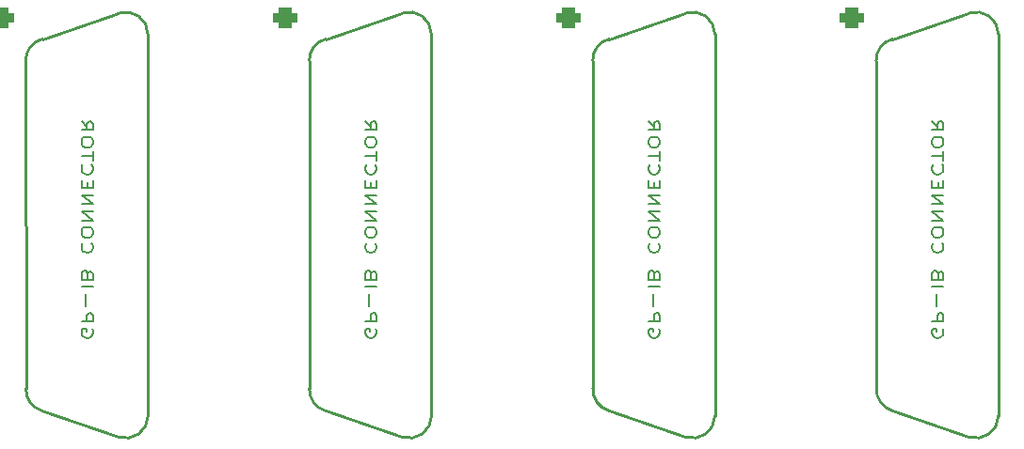
<source format=gbo>
G04 #@! TF.GenerationSoftware,KiCad,Pcbnew,6.0.1-79c1e3a40b~116~ubuntu20.04.1*
G04 #@! TF.CreationDate,2022-01-18T16:27:04+01:00*
G04 #@! TF.ProjectId,4xArduino_GPIB_Adapter,34784172-6475-4696-9e6f-5f475049425f,rev?*
G04 #@! TF.SameCoordinates,Original*
G04 #@! TF.FileFunction,Legend,Bot*
G04 #@! TF.FilePolarity,Positive*
%FSLAX46Y46*%
G04 Gerber Fmt 4.6, Leading zero omitted, Abs format (unit mm)*
G04 Created by KiCad (PCBNEW 6.0.1-79c1e3a40b~116~ubuntu20.04.1) date 2022-01-18 16:27:04*
%MOMM*%
%LPD*%
G01*
G04 APERTURE LIST*
G04 Aperture macros list*
%AMRoundRect*
0 Rectangle with rounded corners*
0 $1 Rounding radius*
0 $2 $3 $4 $5 $6 $7 $8 $9 X,Y pos of 4 corners*
0 Add a 4 corners polygon primitive as box body*
4,1,4,$2,$3,$4,$5,$6,$7,$8,$9,$2,$3,0*
0 Add four circle primitives for the rounded corners*
1,1,$1+$1,$2,$3*
1,1,$1+$1,$4,$5*
1,1,$1+$1,$6,$7*
1,1,$1+$1,$8,$9*
0 Add four rect primitives between the rounded corners*
20,1,$1+$1,$2,$3,$4,$5,0*
20,1,$1+$1,$4,$5,$6,$7,0*
20,1,$1+$1,$6,$7,$8,$9,0*
20,1,$1+$1,$8,$9,$2,$3,0*%
G04 Aperture macros list end*
%ADD10C,0.200000*%
%ADD11C,0.250000*%
%ADD12C,0.120000*%
%ADD13RoundRect,0.476000X-0.625000X-0.425000X0.625000X-0.425000X0.625000X0.425000X-0.625000X0.425000X0*%
%ADD14O,2.202000X1.802000*%
%ADD15C,0.602000*%
G04 APERTURE END LIST*
D10*
X107620000Y-104836666D02*
X107667619Y-104970000D01*
X107667619Y-105170000D01*
X107620000Y-105370000D01*
X107524761Y-105503333D01*
X107429523Y-105570000D01*
X107239047Y-105636666D01*
X107096190Y-105636666D01*
X106905714Y-105570000D01*
X106810476Y-105503333D01*
X106715238Y-105370000D01*
X106667619Y-105170000D01*
X106667619Y-105036666D01*
X106715238Y-104836666D01*
X106762857Y-104770000D01*
X107096190Y-104770000D01*
X107096190Y-105036666D01*
X106667619Y-104170000D02*
X107667619Y-104170000D01*
X107667619Y-103636666D01*
X107620000Y-103503333D01*
X107572380Y-103436666D01*
X107477142Y-103370000D01*
X107334285Y-103370000D01*
X107239047Y-103436666D01*
X107191428Y-103503333D01*
X107143809Y-103636666D01*
X107143809Y-104170000D01*
X107048571Y-102770000D02*
X107048571Y-101703333D01*
X106667619Y-101036666D02*
X107667619Y-101036666D01*
X107191428Y-99903333D02*
X107143809Y-99703333D01*
X107096190Y-99636666D01*
X107000952Y-99570000D01*
X106858095Y-99570000D01*
X106762857Y-99636666D01*
X106715238Y-99703333D01*
X106667619Y-99836666D01*
X106667619Y-100370000D01*
X107667619Y-100370000D01*
X107667619Y-99903333D01*
X107620000Y-99770000D01*
X107572380Y-99703333D01*
X107477142Y-99636666D01*
X107381904Y-99636666D01*
X107286666Y-99703333D01*
X107239047Y-99770000D01*
X107191428Y-99903333D01*
X107191428Y-100370000D01*
X106762857Y-97103333D02*
X106715238Y-97170000D01*
X106667619Y-97370000D01*
X106667619Y-97503333D01*
X106715238Y-97703333D01*
X106810476Y-97836666D01*
X106905714Y-97903333D01*
X107096190Y-97970000D01*
X107239047Y-97970000D01*
X107429523Y-97903333D01*
X107524761Y-97836666D01*
X107620000Y-97703333D01*
X107667619Y-97503333D01*
X107667619Y-97370000D01*
X107620000Y-97170000D01*
X107572380Y-97103333D01*
X107667619Y-96236666D02*
X107667619Y-95970000D01*
X107620000Y-95836666D01*
X107524761Y-95703333D01*
X107334285Y-95636666D01*
X107000952Y-95636666D01*
X106810476Y-95703333D01*
X106715238Y-95836666D01*
X106667619Y-95970000D01*
X106667619Y-96236666D01*
X106715238Y-96370000D01*
X106810476Y-96503333D01*
X107000952Y-96570000D01*
X107334285Y-96570000D01*
X107524761Y-96503333D01*
X107620000Y-96370000D01*
X107667619Y-96236666D01*
X106667619Y-95036666D02*
X107667619Y-95036666D01*
X106667619Y-94236666D01*
X107667619Y-94236666D01*
X106667619Y-93570000D02*
X107667619Y-93570000D01*
X106667619Y-92770000D01*
X107667619Y-92770000D01*
X107191428Y-92103333D02*
X107191428Y-91636666D01*
X106667619Y-91436666D02*
X106667619Y-92103333D01*
X107667619Y-92103333D01*
X107667619Y-91436666D01*
X106762857Y-90036666D02*
X106715238Y-90103333D01*
X106667619Y-90303333D01*
X106667619Y-90436666D01*
X106715238Y-90636666D01*
X106810476Y-90770000D01*
X106905714Y-90836666D01*
X107096190Y-90903333D01*
X107239047Y-90903333D01*
X107429523Y-90836666D01*
X107524761Y-90770000D01*
X107620000Y-90636666D01*
X107667619Y-90436666D01*
X107667619Y-90303333D01*
X107620000Y-90103333D01*
X107572380Y-90036666D01*
X107667619Y-89636666D02*
X107667619Y-88836666D01*
X106667619Y-89236666D02*
X107667619Y-89236666D01*
X107667619Y-88103333D02*
X107667619Y-87836666D01*
X107620000Y-87703333D01*
X107524761Y-87570000D01*
X107334285Y-87503333D01*
X107000952Y-87503333D01*
X106810476Y-87570000D01*
X106715238Y-87703333D01*
X106667619Y-87836666D01*
X106667619Y-88103333D01*
X106715238Y-88236666D01*
X106810476Y-88370000D01*
X107000952Y-88436666D01*
X107334285Y-88436666D01*
X107524761Y-88370000D01*
X107620000Y-88236666D01*
X107667619Y-88103333D01*
X106667619Y-86103333D02*
X107143809Y-86570000D01*
X106667619Y-86903333D02*
X107667619Y-86903333D01*
X107667619Y-86370000D01*
X107620000Y-86236666D01*
X107572380Y-86170000D01*
X107477142Y-86103333D01*
X107334285Y-86103333D01*
X107239047Y-86170000D01*
X107191428Y-86236666D01*
X107143809Y-86370000D01*
X107143809Y-86903333D01*
X158620000Y-104836666D02*
X158667619Y-104970000D01*
X158667619Y-105170000D01*
X158620000Y-105370000D01*
X158524761Y-105503333D01*
X158429523Y-105570000D01*
X158239047Y-105636666D01*
X158096190Y-105636666D01*
X157905714Y-105570000D01*
X157810476Y-105503333D01*
X157715238Y-105370000D01*
X157667619Y-105170000D01*
X157667619Y-105036666D01*
X157715238Y-104836666D01*
X157762857Y-104770000D01*
X158096190Y-104770000D01*
X158096190Y-105036666D01*
X157667619Y-104170000D02*
X158667619Y-104170000D01*
X158667619Y-103636666D01*
X158620000Y-103503333D01*
X158572380Y-103436666D01*
X158477142Y-103370000D01*
X158334285Y-103370000D01*
X158239047Y-103436666D01*
X158191428Y-103503333D01*
X158143809Y-103636666D01*
X158143809Y-104170000D01*
X158048571Y-102770000D02*
X158048571Y-101703333D01*
X157667619Y-101036666D02*
X158667619Y-101036666D01*
X158191428Y-99903333D02*
X158143809Y-99703333D01*
X158096190Y-99636666D01*
X158000952Y-99570000D01*
X157858095Y-99570000D01*
X157762857Y-99636666D01*
X157715238Y-99703333D01*
X157667619Y-99836666D01*
X157667619Y-100370000D01*
X158667619Y-100370000D01*
X158667619Y-99903333D01*
X158620000Y-99770000D01*
X158572380Y-99703333D01*
X158477142Y-99636666D01*
X158381904Y-99636666D01*
X158286666Y-99703333D01*
X158239047Y-99770000D01*
X158191428Y-99903333D01*
X158191428Y-100370000D01*
X157762857Y-97103333D02*
X157715238Y-97170000D01*
X157667619Y-97370000D01*
X157667619Y-97503333D01*
X157715238Y-97703333D01*
X157810476Y-97836666D01*
X157905714Y-97903333D01*
X158096190Y-97970000D01*
X158239047Y-97970000D01*
X158429523Y-97903333D01*
X158524761Y-97836666D01*
X158620000Y-97703333D01*
X158667619Y-97503333D01*
X158667619Y-97370000D01*
X158620000Y-97170000D01*
X158572380Y-97103333D01*
X158667619Y-96236666D02*
X158667619Y-95970000D01*
X158620000Y-95836666D01*
X158524761Y-95703333D01*
X158334285Y-95636666D01*
X158000952Y-95636666D01*
X157810476Y-95703333D01*
X157715238Y-95836666D01*
X157667619Y-95970000D01*
X157667619Y-96236666D01*
X157715238Y-96370000D01*
X157810476Y-96503333D01*
X158000952Y-96570000D01*
X158334285Y-96570000D01*
X158524761Y-96503333D01*
X158620000Y-96370000D01*
X158667619Y-96236666D01*
X157667619Y-95036666D02*
X158667619Y-95036666D01*
X157667619Y-94236666D01*
X158667619Y-94236666D01*
X157667619Y-93570000D02*
X158667619Y-93570000D01*
X157667619Y-92770000D01*
X158667619Y-92770000D01*
X158191428Y-92103333D02*
X158191428Y-91636666D01*
X157667619Y-91436666D02*
X157667619Y-92103333D01*
X158667619Y-92103333D01*
X158667619Y-91436666D01*
X157762857Y-90036666D02*
X157715238Y-90103333D01*
X157667619Y-90303333D01*
X157667619Y-90436666D01*
X157715238Y-90636666D01*
X157810476Y-90770000D01*
X157905714Y-90836666D01*
X158096190Y-90903333D01*
X158239047Y-90903333D01*
X158429523Y-90836666D01*
X158524761Y-90770000D01*
X158620000Y-90636666D01*
X158667619Y-90436666D01*
X158667619Y-90303333D01*
X158620000Y-90103333D01*
X158572380Y-90036666D01*
X158667619Y-89636666D02*
X158667619Y-88836666D01*
X157667619Y-89236666D02*
X158667619Y-89236666D01*
X158667619Y-88103333D02*
X158667619Y-87836666D01*
X158620000Y-87703333D01*
X158524761Y-87570000D01*
X158334285Y-87503333D01*
X158000952Y-87503333D01*
X157810476Y-87570000D01*
X157715238Y-87703333D01*
X157667619Y-87836666D01*
X157667619Y-88103333D01*
X157715238Y-88236666D01*
X157810476Y-88370000D01*
X158000952Y-88436666D01*
X158334285Y-88436666D01*
X158524761Y-88370000D01*
X158620000Y-88236666D01*
X158667619Y-88103333D01*
X157667619Y-86103333D02*
X158143809Y-86570000D01*
X157667619Y-86903333D02*
X158667619Y-86903333D01*
X158667619Y-86370000D01*
X158620000Y-86236666D01*
X158572380Y-86170000D01*
X158477142Y-86103333D01*
X158334285Y-86103333D01*
X158239047Y-86170000D01*
X158191428Y-86236666D01*
X158143809Y-86370000D01*
X158143809Y-86903333D01*
X133120000Y-104836666D02*
X133167619Y-104970000D01*
X133167619Y-105170000D01*
X133120000Y-105370000D01*
X133024761Y-105503333D01*
X132929523Y-105570000D01*
X132739047Y-105636666D01*
X132596190Y-105636666D01*
X132405714Y-105570000D01*
X132310476Y-105503333D01*
X132215238Y-105370000D01*
X132167619Y-105170000D01*
X132167619Y-105036666D01*
X132215238Y-104836666D01*
X132262857Y-104770000D01*
X132596190Y-104770000D01*
X132596190Y-105036666D01*
X132167619Y-104170000D02*
X133167619Y-104170000D01*
X133167619Y-103636666D01*
X133120000Y-103503333D01*
X133072380Y-103436666D01*
X132977142Y-103370000D01*
X132834285Y-103370000D01*
X132739047Y-103436666D01*
X132691428Y-103503333D01*
X132643809Y-103636666D01*
X132643809Y-104170000D01*
X132548571Y-102770000D02*
X132548571Y-101703333D01*
X132167619Y-101036666D02*
X133167619Y-101036666D01*
X132691428Y-99903333D02*
X132643809Y-99703333D01*
X132596190Y-99636666D01*
X132500952Y-99570000D01*
X132358095Y-99570000D01*
X132262857Y-99636666D01*
X132215238Y-99703333D01*
X132167619Y-99836666D01*
X132167619Y-100370000D01*
X133167619Y-100370000D01*
X133167619Y-99903333D01*
X133120000Y-99770000D01*
X133072380Y-99703333D01*
X132977142Y-99636666D01*
X132881904Y-99636666D01*
X132786666Y-99703333D01*
X132739047Y-99770000D01*
X132691428Y-99903333D01*
X132691428Y-100370000D01*
X132262857Y-97103333D02*
X132215238Y-97170000D01*
X132167619Y-97370000D01*
X132167619Y-97503333D01*
X132215238Y-97703333D01*
X132310476Y-97836666D01*
X132405714Y-97903333D01*
X132596190Y-97970000D01*
X132739047Y-97970000D01*
X132929523Y-97903333D01*
X133024761Y-97836666D01*
X133120000Y-97703333D01*
X133167619Y-97503333D01*
X133167619Y-97370000D01*
X133120000Y-97170000D01*
X133072380Y-97103333D01*
X133167619Y-96236666D02*
X133167619Y-95970000D01*
X133120000Y-95836666D01*
X133024761Y-95703333D01*
X132834285Y-95636666D01*
X132500952Y-95636666D01*
X132310476Y-95703333D01*
X132215238Y-95836666D01*
X132167619Y-95970000D01*
X132167619Y-96236666D01*
X132215238Y-96370000D01*
X132310476Y-96503333D01*
X132500952Y-96570000D01*
X132834285Y-96570000D01*
X133024761Y-96503333D01*
X133120000Y-96370000D01*
X133167619Y-96236666D01*
X132167619Y-95036666D02*
X133167619Y-95036666D01*
X132167619Y-94236666D01*
X133167619Y-94236666D01*
X132167619Y-93570000D02*
X133167619Y-93570000D01*
X132167619Y-92770000D01*
X133167619Y-92770000D01*
X132691428Y-92103333D02*
X132691428Y-91636666D01*
X132167619Y-91436666D02*
X132167619Y-92103333D01*
X133167619Y-92103333D01*
X133167619Y-91436666D01*
X132262857Y-90036666D02*
X132215238Y-90103333D01*
X132167619Y-90303333D01*
X132167619Y-90436666D01*
X132215238Y-90636666D01*
X132310476Y-90770000D01*
X132405714Y-90836666D01*
X132596190Y-90903333D01*
X132739047Y-90903333D01*
X132929523Y-90836666D01*
X133024761Y-90770000D01*
X133120000Y-90636666D01*
X133167619Y-90436666D01*
X133167619Y-90303333D01*
X133120000Y-90103333D01*
X133072380Y-90036666D01*
X133167619Y-89636666D02*
X133167619Y-88836666D01*
X132167619Y-89236666D02*
X133167619Y-89236666D01*
X133167619Y-88103333D02*
X133167619Y-87836666D01*
X133120000Y-87703333D01*
X133024761Y-87570000D01*
X132834285Y-87503333D01*
X132500952Y-87503333D01*
X132310476Y-87570000D01*
X132215238Y-87703333D01*
X132167619Y-87836666D01*
X132167619Y-88103333D01*
X132215238Y-88236666D01*
X132310476Y-88370000D01*
X132500952Y-88436666D01*
X132834285Y-88436666D01*
X133024761Y-88370000D01*
X133120000Y-88236666D01*
X133167619Y-88103333D01*
X132167619Y-86103333D02*
X132643809Y-86570000D01*
X132167619Y-86903333D02*
X133167619Y-86903333D01*
X133167619Y-86370000D01*
X133120000Y-86236666D01*
X133072380Y-86170000D01*
X132977142Y-86103333D01*
X132834285Y-86103333D01*
X132739047Y-86170000D01*
X132691428Y-86236666D01*
X132643809Y-86370000D01*
X132643809Y-86903333D01*
X184120000Y-104836666D02*
X184167619Y-104970000D01*
X184167619Y-105170000D01*
X184120000Y-105370000D01*
X184024761Y-105503333D01*
X183929523Y-105570000D01*
X183739047Y-105636666D01*
X183596190Y-105636666D01*
X183405714Y-105570000D01*
X183310476Y-105503333D01*
X183215238Y-105370000D01*
X183167619Y-105170000D01*
X183167619Y-105036666D01*
X183215238Y-104836666D01*
X183262857Y-104770000D01*
X183596190Y-104770000D01*
X183596190Y-105036666D01*
X183167619Y-104170000D02*
X184167619Y-104170000D01*
X184167619Y-103636666D01*
X184120000Y-103503333D01*
X184072380Y-103436666D01*
X183977142Y-103370000D01*
X183834285Y-103370000D01*
X183739047Y-103436666D01*
X183691428Y-103503333D01*
X183643809Y-103636666D01*
X183643809Y-104170000D01*
X183548571Y-102770000D02*
X183548571Y-101703333D01*
X183167619Y-101036666D02*
X184167619Y-101036666D01*
X183691428Y-99903333D02*
X183643809Y-99703333D01*
X183596190Y-99636666D01*
X183500952Y-99570000D01*
X183358095Y-99570000D01*
X183262857Y-99636666D01*
X183215238Y-99703333D01*
X183167619Y-99836666D01*
X183167619Y-100370000D01*
X184167619Y-100370000D01*
X184167619Y-99903333D01*
X184120000Y-99770000D01*
X184072380Y-99703333D01*
X183977142Y-99636666D01*
X183881904Y-99636666D01*
X183786666Y-99703333D01*
X183739047Y-99770000D01*
X183691428Y-99903333D01*
X183691428Y-100370000D01*
X183262857Y-97103333D02*
X183215238Y-97170000D01*
X183167619Y-97370000D01*
X183167619Y-97503333D01*
X183215238Y-97703333D01*
X183310476Y-97836666D01*
X183405714Y-97903333D01*
X183596190Y-97970000D01*
X183739047Y-97970000D01*
X183929523Y-97903333D01*
X184024761Y-97836666D01*
X184120000Y-97703333D01*
X184167619Y-97503333D01*
X184167619Y-97370000D01*
X184120000Y-97170000D01*
X184072380Y-97103333D01*
X184167619Y-96236666D02*
X184167619Y-95970000D01*
X184120000Y-95836666D01*
X184024761Y-95703333D01*
X183834285Y-95636666D01*
X183500952Y-95636666D01*
X183310476Y-95703333D01*
X183215238Y-95836666D01*
X183167619Y-95970000D01*
X183167619Y-96236666D01*
X183215238Y-96370000D01*
X183310476Y-96503333D01*
X183500952Y-96570000D01*
X183834285Y-96570000D01*
X184024761Y-96503333D01*
X184120000Y-96370000D01*
X184167619Y-96236666D01*
X183167619Y-95036666D02*
X184167619Y-95036666D01*
X183167619Y-94236666D01*
X184167619Y-94236666D01*
X183167619Y-93570000D02*
X184167619Y-93570000D01*
X183167619Y-92770000D01*
X184167619Y-92770000D01*
X183691428Y-92103333D02*
X183691428Y-91636666D01*
X183167619Y-91436666D02*
X183167619Y-92103333D01*
X184167619Y-92103333D01*
X184167619Y-91436666D01*
X183262857Y-90036666D02*
X183215238Y-90103333D01*
X183167619Y-90303333D01*
X183167619Y-90436666D01*
X183215238Y-90636666D01*
X183310476Y-90770000D01*
X183405714Y-90836666D01*
X183596190Y-90903333D01*
X183739047Y-90903333D01*
X183929523Y-90836666D01*
X184024761Y-90770000D01*
X184120000Y-90636666D01*
X184167619Y-90436666D01*
X184167619Y-90303333D01*
X184120000Y-90103333D01*
X184072380Y-90036666D01*
X184167619Y-89636666D02*
X184167619Y-88836666D01*
X183167619Y-89236666D02*
X184167619Y-89236666D01*
X184167619Y-88103333D02*
X184167619Y-87836666D01*
X184120000Y-87703333D01*
X184024761Y-87570000D01*
X183834285Y-87503333D01*
X183500952Y-87503333D01*
X183310476Y-87570000D01*
X183215238Y-87703333D01*
X183167619Y-87836666D01*
X183167619Y-88103333D01*
X183215238Y-88236666D01*
X183310476Y-88370000D01*
X183500952Y-88436666D01*
X183834285Y-88436666D01*
X184024761Y-88370000D01*
X184120000Y-88236666D01*
X184167619Y-88103333D01*
X183167619Y-86103333D02*
X183643809Y-86570000D01*
X183167619Y-86903333D02*
X184167619Y-86903333D01*
X184167619Y-86370000D01*
X184120000Y-86236666D01*
X184072380Y-86170000D01*
X183977142Y-86103333D01*
X183834285Y-86103333D01*
X183739047Y-86170000D01*
X183691428Y-86236666D01*
X183643809Y-86370000D01*
X183643809Y-86903333D01*
D11*
X101640000Y-80660000D02*
X101650000Y-110190000D01*
X109950000Y-76372001D02*
X103122974Y-78697936D01*
X109960000Y-114540000D02*
X103080000Y-112200000D01*
X112640000Y-112670000D02*
X112630000Y-78262001D01*
X109960000Y-114560000D02*
G75*
G03*
X112640000Y-112670000I665938J1900813D01*
G01*
X101649999Y-110190000D02*
G75*
G03*
X103110000Y-112210000I2042422J-61418D01*
G01*
X112630000Y-78262001D02*
G75*
G03*
X109950000Y-76372001I-2001696J6722D01*
G01*
X103122974Y-78697936D02*
G75*
G03*
X101640000Y-80660000I469989J-1896694D01*
G01*
X135450000Y-76372001D02*
X128622974Y-78697936D01*
X127140000Y-80660000D02*
X127150000Y-110190000D01*
X135460000Y-114540000D02*
X128580000Y-112200000D01*
X138140000Y-112670000D02*
X138130000Y-78262001D01*
X138130000Y-78262001D02*
G75*
G03*
X135450000Y-76372001I-2001696J6722D01*
G01*
X128622974Y-78697936D02*
G75*
G03*
X127140000Y-80660000I469989J-1896694D01*
G01*
X127149999Y-110190000D02*
G75*
G03*
X128610000Y-112210000I2042422J-61418D01*
G01*
X135460000Y-114560000D02*
G75*
G03*
X138140000Y-112670000I665938J1900813D01*
G01*
X186450000Y-76372001D02*
X179622974Y-78697936D01*
X186460000Y-114540000D02*
X179580000Y-112200000D01*
X178140000Y-80660000D02*
X178150000Y-110190000D01*
X189140000Y-112670000D02*
X189130000Y-78262001D01*
X179622974Y-78697936D02*
G75*
G03*
X178140000Y-80660000I469989J-1896694D01*
G01*
X186460000Y-114560000D02*
G75*
G03*
X189140000Y-112670000I665938J1900813D01*
G01*
X178149999Y-110190000D02*
G75*
G03*
X179610000Y-112210000I2042422J-61418D01*
G01*
X189130000Y-78262001D02*
G75*
G03*
X186450000Y-76372001I-2001696J6722D01*
G01*
X163640000Y-112670000D02*
X163630000Y-78262001D01*
X152640000Y-80660000D02*
X152650000Y-110190000D01*
X160960000Y-114540000D02*
X154080000Y-112200000D01*
X160950000Y-76372001D02*
X154122974Y-78697936D01*
X160960000Y-114560000D02*
G75*
G03*
X163640000Y-112670000I665938J1900813D01*
G01*
X163630000Y-78262001D02*
G75*
G03*
X160950000Y-76372001I-2001696J6722D01*
G01*
X152649999Y-110190000D02*
G75*
G03*
X154110000Y-112210000I2042422J-61418D01*
G01*
X154122974Y-78697936D02*
G75*
G03*
X152640000Y-80660000I469989J-1896694D01*
G01*
%LPC*%
D12*
X110700000Y-81920000D02*
X108830000Y-81920000D01*
X108830000Y-81920000D02*
X108830000Y-108940000D01*
X108830000Y-108940000D02*
X110700000Y-108940000D01*
X110700000Y-108940000D02*
X110700000Y-81920000D01*
G36*
X110700000Y-81920000D02*
G01*
X108830000Y-81920000D01*
X108830000Y-108940000D01*
X110700000Y-108940000D01*
X110700000Y-81920000D01*
G37*
X105515000Y-81890000D02*
X103645000Y-81890000D01*
X103645000Y-81890000D02*
X103645000Y-108910000D01*
X103645000Y-108910000D02*
X105515000Y-108910000D01*
X105515000Y-108910000D02*
X105515000Y-81890000D01*
G36*
X105515000Y-81890000D02*
G01*
X103645000Y-81890000D01*
X103645000Y-108910000D01*
X105515000Y-108910000D01*
X105515000Y-81890000D01*
G37*
X131015000Y-81890000D02*
X129145000Y-81890000D01*
X129145000Y-81890000D02*
X129145000Y-108910000D01*
X129145000Y-108910000D02*
X131015000Y-108910000D01*
X131015000Y-108910000D02*
X131015000Y-81890000D01*
G36*
X131015000Y-81890000D02*
G01*
X129145000Y-81890000D01*
X129145000Y-108910000D01*
X131015000Y-108910000D01*
X131015000Y-81890000D01*
G37*
X136200000Y-81920000D02*
X134330000Y-81920000D01*
X134330000Y-81920000D02*
X134330000Y-108940000D01*
X134330000Y-108940000D02*
X136200000Y-108940000D01*
X136200000Y-108940000D02*
X136200000Y-81920000D01*
G36*
X136200000Y-81920000D02*
G01*
X134330000Y-81920000D01*
X134330000Y-108940000D01*
X136200000Y-108940000D01*
X136200000Y-81920000D01*
G37*
X187200000Y-81920000D02*
X185330000Y-81920000D01*
X185330000Y-81920000D02*
X185330000Y-108940000D01*
X185330000Y-108940000D02*
X187200000Y-108940000D01*
X187200000Y-108940000D02*
X187200000Y-81920000D01*
G36*
X187200000Y-81920000D02*
G01*
X185330000Y-81920000D01*
X185330000Y-108940000D01*
X187200000Y-108940000D01*
X187200000Y-81920000D01*
G37*
X182015000Y-81890000D02*
X180145000Y-81890000D01*
X180145000Y-81890000D02*
X180145000Y-108910000D01*
X180145000Y-108910000D02*
X182015000Y-108910000D01*
X182015000Y-108910000D02*
X182015000Y-81890000D01*
G36*
X182015000Y-81890000D02*
G01*
X180145000Y-81890000D01*
X180145000Y-108910000D01*
X182015000Y-108910000D01*
X182015000Y-81890000D01*
G37*
X161700000Y-81920000D02*
X159830000Y-81920000D01*
X159830000Y-81920000D02*
X159830000Y-108940000D01*
X159830000Y-108940000D02*
X161700000Y-108940000D01*
X161700000Y-108940000D02*
X161700000Y-81920000D01*
G36*
X161700000Y-81920000D02*
G01*
X159830000Y-81920000D01*
X159830000Y-108940000D01*
X161700000Y-108940000D01*
X161700000Y-81920000D01*
G37*
X156515000Y-81890000D02*
X154645000Y-81890000D01*
X154645000Y-81890000D02*
X154645000Y-108910000D01*
X154645000Y-108910000D02*
X156515000Y-108910000D01*
X156515000Y-108910000D02*
X156515000Y-81890000D01*
G36*
X156515000Y-81890000D02*
G01*
X154645000Y-81890000D01*
X154645000Y-108910000D01*
X156515000Y-108910000D01*
X156515000Y-81890000D01*
G37*
D13*
X99455001Y-76785001D03*
D14*
X99455001Y-79325001D03*
X99455001Y-81865001D03*
X99455001Y-84405001D03*
X99455001Y-86945001D03*
X99455001Y-89485001D03*
X99455001Y-92025001D03*
X99455001Y-94565001D03*
X99455001Y-97105001D03*
X99455001Y-99645001D03*
X99455001Y-102185001D03*
X99455001Y-104725001D03*
X99455001Y-107265001D03*
X99455001Y-109805001D03*
X99455001Y-112345001D03*
X114695001Y-112345001D03*
X114695001Y-109805001D03*
X114695001Y-107265001D03*
X114695001Y-104725001D03*
X114695001Y-102185001D03*
X114695001Y-99645001D03*
X114695001Y-97105001D03*
X114695001Y-94565001D03*
X114695001Y-92025001D03*
X114695001Y-89485001D03*
X114695001Y-86945001D03*
X114695001Y-84405001D03*
X114695001Y-81865001D03*
X114695001Y-79325001D03*
X114695001Y-76785001D03*
D15*
X156660000Y-71450000D03*
X158160000Y-71450000D03*
X159660000Y-71450000D03*
X158910000Y-71450000D03*
X157410000Y-71450000D03*
X185160000Y-71450000D03*
X182160000Y-71450000D03*
X183660000Y-71450000D03*
X184410000Y-71450000D03*
X182910000Y-71450000D03*
D13*
X150455001Y-76785001D03*
D14*
X150455001Y-79325001D03*
X150455001Y-81865001D03*
X150455001Y-84405001D03*
X150455001Y-86945001D03*
X150455001Y-89485001D03*
X150455001Y-92025001D03*
X150455001Y-94565001D03*
X150455001Y-97105001D03*
X150455001Y-99645001D03*
X150455001Y-102185001D03*
X150455001Y-104725001D03*
X150455001Y-107265001D03*
X150455001Y-109805001D03*
X150455001Y-112345001D03*
X165695001Y-112345001D03*
X165695001Y-109805001D03*
X165695001Y-107265001D03*
X165695001Y-104725001D03*
X165695001Y-102185001D03*
X165695001Y-99645001D03*
X165695001Y-97105001D03*
X165695001Y-94565001D03*
X165695001Y-92025001D03*
X165695001Y-89485001D03*
X165695001Y-86945001D03*
X165695001Y-84405001D03*
X165695001Y-81865001D03*
X165695001Y-79325001D03*
X165695001Y-76785001D03*
D15*
X159730000Y-119950000D03*
X156730000Y-119950000D03*
X157480000Y-119950000D03*
X158980000Y-119950000D03*
X158230000Y-119950000D03*
X107910000Y-71450000D03*
X107160000Y-71450000D03*
X108660000Y-71450000D03*
X106410000Y-71450000D03*
X105660000Y-71450000D03*
X183730000Y-119950000D03*
X184480000Y-119950000D03*
X182230000Y-119950000D03*
X182980000Y-119950000D03*
X185230000Y-119950000D03*
X107980000Y-119950000D03*
X106480000Y-119950000D03*
X108730000Y-119950000D03*
X105730000Y-119950000D03*
X107230000Y-119950000D03*
X131980000Y-119950000D03*
X134230000Y-119950000D03*
X131230000Y-119950000D03*
X132730000Y-119950000D03*
X133480000Y-119950000D03*
D13*
X124955001Y-76785001D03*
D14*
X124955001Y-79325001D03*
X124955001Y-81865001D03*
X124955001Y-84405001D03*
X124955001Y-86945001D03*
X124955001Y-89485001D03*
X124955001Y-92025001D03*
X124955001Y-94565001D03*
X124955001Y-97105001D03*
X124955001Y-99645001D03*
X124955001Y-102185001D03*
X124955001Y-104725001D03*
X124955001Y-107265001D03*
X124955001Y-109805001D03*
X124955001Y-112345001D03*
X140195001Y-112345001D03*
X140195001Y-109805001D03*
X140195001Y-107265001D03*
X140195001Y-104725001D03*
X140195001Y-102185001D03*
X140195001Y-99645001D03*
X140195001Y-97105001D03*
X140195001Y-94565001D03*
X140195001Y-92025001D03*
X140195001Y-89485001D03*
X140195001Y-86945001D03*
X140195001Y-84405001D03*
X140195001Y-81865001D03*
X140195001Y-79325001D03*
X140195001Y-76785001D03*
D13*
X175955001Y-76785001D03*
D14*
X175955001Y-79325001D03*
X175955001Y-81865001D03*
X175955001Y-84405001D03*
X175955001Y-86945001D03*
X175955001Y-89485001D03*
X175955001Y-92025001D03*
X175955001Y-94565001D03*
X175955001Y-97105001D03*
X175955001Y-99645001D03*
X175955001Y-102185001D03*
X175955001Y-104725001D03*
X175955001Y-107265001D03*
X175955001Y-109805001D03*
X175955001Y-112345001D03*
X191195001Y-112345001D03*
X191195001Y-109805001D03*
X191195001Y-107265001D03*
X191195001Y-104725001D03*
X191195001Y-102185001D03*
X191195001Y-99645001D03*
X191195001Y-97105001D03*
X191195001Y-94565001D03*
X191195001Y-92025001D03*
X191195001Y-89485001D03*
X191195001Y-86945001D03*
X191195001Y-84405001D03*
X191195001Y-81865001D03*
X191195001Y-79325001D03*
X191195001Y-76785001D03*
D15*
X132660000Y-71450000D03*
X131160000Y-71450000D03*
X133410000Y-71450000D03*
X131910000Y-71450000D03*
X134160000Y-71450000D03*
M02*

</source>
